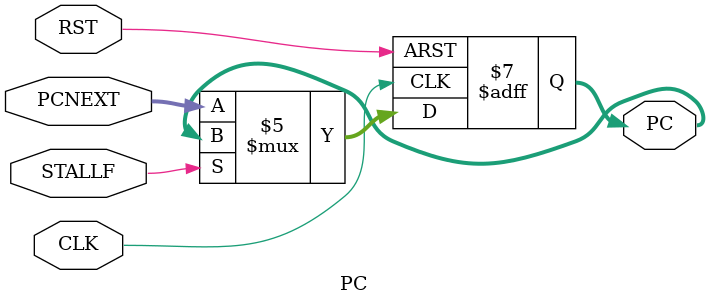
<source format=v>
module PC(
input     wire             CLK,
input     wire             RST,
input     wire             STALLF,
input     wire   [31:0]    PCNEXT,
output    reg    [31:0]    PC
);




always@(posedge CLK or negedge RST)
	begin
		if(!RST)
			begin
				PC <= 32'd0;
			end
		else if(!STALLF)
			begin	
				PC <= PCNEXT;
			end
		else
			begin
					PC <= PC;
			end	
	end


endmodule
</source>
